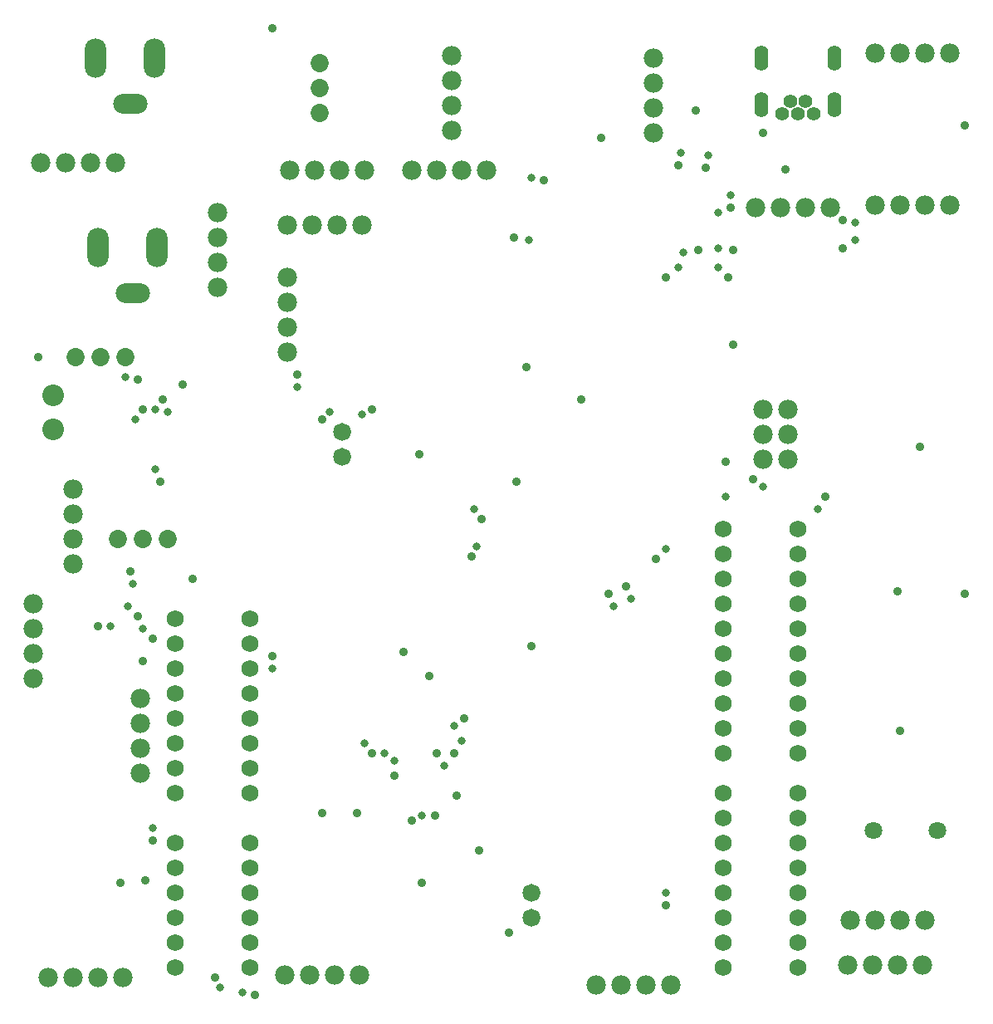
<source format=gbs>
G04*
G04 #@! TF.GenerationSoftware,Altium Limited,Altium Designer,23.8.1 (32)*
G04*
G04 Layer_Color=16711935*
%FSLAX25Y25*%
%MOIN*%
G70*
G04*
G04 #@! TF.SameCoordinates,CF8B6EB2-DAF4-4016-BDB3-9DCBFEF17629*
G04*
G04*
G04 #@! TF.FilePolarity,Negative*
G04*
G01*
G75*
%ADD40C,0.00000*%
%ADD57C,0.07800*%
%ADD58O,0.13792X0.07887*%
%ADD59O,0.08674X0.15761*%
%ADD60C,0.08674*%
%ADD61C,0.07296*%
%ADD62C,0.07178*%
%ADD63C,0.06800*%
%ADD64O,0.05524X0.10249*%
%ADD65C,0.05524*%
%ADD66C,0.07099*%
%ADD67C,0.03600*%
%ADD68C,0.03300*%
D40*
X135390Y230000D02*
G03*
X135390Y230000I-3390J0D01*
G01*
Y220000D02*
G03*
X135390Y220000I-3390J0D01*
G01*
X211390Y45000D02*
G03*
X211390Y45000I-3390J0D01*
G01*
Y35000D02*
G03*
X211390Y35000I-3390J0D01*
G01*
D57*
X24000Y197000D02*
D03*
Y207000D02*
D03*
Y177000D02*
D03*
Y187000D02*
D03*
X130000Y313000D02*
D03*
X140000D02*
D03*
X110000D02*
D03*
X120000D02*
D03*
X110000Y272000D02*
D03*
Y262000D02*
D03*
Y292000D02*
D03*
Y282000D02*
D03*
X356000Y34000D02*
D03*
X366000D02*
D03*
X336000D02*
D03*
X346000D02*
D03*
X366000Y321000D02*
D03*
X376000D02*
D03*
X346000D02*
D03*
X356000D02*
D03*
X318000Y320000D02*
D03*
X328000D02*
D03*
X298000D02*
D03*
X308000D02*
D03*
X180000Y335000D02*
D03*
X190000D02*
D03*
X170000D02*
D03*
X160000D02*
D03*
X176000Y371000D02*
D03*
Y381000D02*
D03*
Y361000D02*
D03*
Y351000D02*
D03*
X257000Y360000D02*
D03*
Y350000D02*
D03*
Y380000D02*
D03*
Y370000D02*
D03*
X8000Y151000D02*
D03*
Y161000D02*
D03*
Y131000D02*
D03*
Y141000D02*
D03*
X51000Y103000D02*
D03*
Y93000D02*
D03*
Y123000D02*
D03*
Y113000D02*
D03*
X311000Y239000D02*
D03*
X119000Y12000D02*
D03*
X109000D02*
D03*
X139000D02*
D03*
X129000D02*
D03*
X34000Y11000D02*
D03*
X44000D02*
D03*
X14000D02*
D03*
X24000D02*
D03*
X254000Y8000D02*
D03*
X264000D02*
D03*
X234000D02*
D03*
X244000D02*
D03*
X345000Y16000D02*
D03*
X335000D02*
D03*
X365000D02*
D03*
X355000D02*
D03*
X31000Y338000D02*
D03*
X41000D02*
D03*
X11000D02*
D03*
X21000D02*
D03*
X121000Y335000D02*
D03*
X111000D02*
D03*
X141000D02*
D03*
X131000D02*
D03*
X356000Y382000D02*
D03*
X346000D02*
D03*
X376000D02*
D03*
X366000D02*
D03*
X311000Y219000D02*
D03*
X301000D02*
D03*
X311000Y229000D02*
D03*
X301000D02*
D03*
Y239000D02*
D03*
X82000Y308000D02*
D03*
Y318000D02*
D03*
Y288000D02*
D03*
Y298000D02*
D03*
D58*
X47780Y285693D02*
D03*
X46780Y361693D02*
D03*
D59*
X34000Y304000D02*
D03*
X57622D02*
D03*
X56622Y380000D02*
D03*
X33000D02*
D03*
D60*
X16000Y244890D02*
D03*
Y231110D02*
D03*
D61*
X45000Y260000D02*
D03*
X35000D02*
D03*
X25000D02*
D03*
X62000Y187000D02*
D03*
X52000D02*
D03*
X42000D02*
D03*
X123000Y358000D02*
D03*
Y368000D02*
D03*
Y378000D02*
D03*
D62*
X132000Y230000D02*
D03*
X208000Y45000D02*
D03*
X132000Y220000D02*
D03*
X208000Y35000D02*
D03*
D63*
X95000Y145000D02*
D03*
Y115000D02*
D03*
Y85000D02*
D03*
Y95000D02*
D03*
Y105000D02*
D03*
Y125000D02*
D03*
Y135000D02*
D03*
Y155000D02*
D03*
X65000D02*
D03*
Y145000D02*
D03*
Y135000D02*
D03*
Y125000D02*
D03*
Y115000D02*
D03*
Y105000D02*
D03*
Y95000D02*
D03*
Y85000D02*
D03*
Y55000D02*
D03*
Y65000D02*
D03*
Y45000D02*
D03*
Y35000D02*
D03*
Y25000D02*
D03*
Y15000D02*
D03*
X315000Y191000D02*
D03*
Y181000D02*
D03*
Y171000D02*
D03*
Y161000D02*
D03*
Y151000D02*
D03*
Y141000D02*
D03*
Y131000D02*
D03*
Y121000D02*
D03*
Y111000D02*
D03*
Y101000D02*
D03*
Y15000D02*
D03*
Y25000D02*
D03*
Y35000D02*
D03*
Y45000D02*
D03*
Y55000D02*
D03*
Y65000D02*
D03*
Y75000D02*
D03*
Y85000D02*
D03*
X285000D02*
D03*
Y75000D02*
D03*
Y65000D02*
D03*
Y55000D02*
D03*
Y45000D02*
D03*
Y35000D02*
D03*
Y25000D02*
D03*
Y15000D02*
D03*
X95000Y25000D02*
D03*
Y15000D02*
D03*
Y35000D02*
D03*
Y45000D02*
D03*
Y55000D02*
D03*
Y65000D02*
D03*
X285000Y191000D02*
D03*
Y181000D02*
D03*
Y171000D02*
D03*
Y161000D02*
D03*
Y151000D02*
D03*
Y141000D02*
D03*
Y131000D02*
D03*
Y121000D02*
D03*
Y111000D02*
D03*
Y101000D02*
D03*
D64*
X300355Y380125D02*
D03*
Y361425D02*
D03*
X329645D02*
D03*
Y380125D02*
D03*
D65*
X321220Y357875D02*
D03*
X318072Y362614D02*
D03*
X311772D02*
D03*
X314921Y357875D02*
D03*
X308623D02*
D03*
D66*
X370795Y70000D02*
D03*
X345205D02*
D03*
D67*
X56000Y147000D02*
D03*
X50000Y156000D02*
D03*
X72000Y171000D02*
D03*
X163000Y221000D02*
D03*
X333000Y303600D02*
D03*
Y315000D02*
D03*
X187000Y62000D02*
D03*
X97000Y4000D02*
D03*
X124000Y235000D02*
D03*
X274000Y359000D02*
D03*
X170000Y101000D02*
D03*
X239000Y165000D02*
D03*
X288000Y320000D02*
D03*
X278000Y336000D02*
D03*
X246000Y168000D02*
D03*
X267000Y337000D02*
D03*
X289000Y303000D02*
D03*
X287000Y292000D02*
D03*
X262000D02*
D03*
X201000Y308000D02*
D03*
X52000Y138000D02*
D03*
X213000Y331000D02*
D03*
X47000Y174000D02*
D03*
X34000Y152000D02*
D03*
X59000Y210000D02*
D03*
X275000Y303000D02*
D03*
X81000Y11000D02*
D03*
X160000Y74000D02*
D03*
X153000Y92000D02*
D03*
X156700Y141600D02*
D03*
X167000Y132000D02*
D03*
X184000Y180000D02*
D03*
X144000Y101000D02*
D03*
X104000Y140000D02*
D03*
X262000Y40000D02*
D03*
X258000Y179000D02*
D03*
X188000Y195000D02*
D03*
X114000Y253000D02*
D03*
X297000Y211000D02*
D03*
X56000Y66000D02*
D03*
X144000Y239000D02*
D03*
X60000Y243000D02*
D03*
X52000Y239000D02*
D03*
X50000Y251000D02*
D03*
X177000Y101000D02*
D03*
X43000Y49000D02*
D03*
X53000Y50000D02*
D03*
X68000Y249000D02*
D03*
X10000Y260100D02*
D03*
X286000Y218000D02*
D03*
X289000Y265000D02*
D03*
X228000Y243000D02*
D03*
X202000Y210000D02*
D03*
X206000Y256000D02*
D03*
X181000Y115000D02*
D03*
X138000Y77000D02*
D03*
X124000D02*
D03*
X208000Y144000D02*
D03*
X326000Y204000D02*
D03*
X310000Y335400D02*
D03*
X382000Y353000D02*
D03*
X301000Y350000D02*
D03*
X236000Y348000D02*
D03*
X382000Y165000D02*
D03*
X364000Y224000D02*
D03*
X356000Y110000D02*
D03*
X355000Y166000D02*
D03*
X104000Y392000D02*
D03*
X169250Y76000D02*
D03*
X199000Y29000D02*
D03*
X164000Y49000D02*
D03*
X178000Y84000D02*
D03*
D68*
X45000Y252000D02*
D03*
X56000Y71000D02*
D03*
X338000Y314000D02*
D03*
Y307000D02*
D03*
X283000Y303750D02*
D03*
X153000Y98000D02*
D03*
X149000Y101000D02*
D03*
X141000Y105000D02*
D03*
X92000Y5000D02*
D03*
X52000Y151000D02*
D03*
X46000Y160000D02*
D03*
X57000Y215000D02*
D03*
X62000Y238000D02*
D03*
X57000Y239000D02*
D03*
X127000Y238000D02*
D03*
X279000Y341000D02*
D03*
X268000Y342000D02*
D03*
X48000Y169000D02*
D03*
X323000Y199000D02*
D03*
X286000Y204000D02*
D03*
X283000Y318000D02*
D03*
X262000Y183000D02*
D03*
Y45000D02*
D03*
X114000Y248000D02*
D03*
X269000Y302000D02*
D03*
X267000Y296000D02*
D03*
X207000Y307000D02*
D03*
X283000Y296000D02*
D03*
X288000Y325000D02*
D03*
X208000Y332000D02*
D03*
X140000Y237000D02*
D03*
X83000Y7000D02*
D03*
X164000Y76000D02*
D03*
X186000Y184000D02*
D03*
X39000Y152000D02*
D03*
X180000Y106000D02*
D03*
X177000Y112000D02*
D03*
X49000Y235000D02*
D03*
X301000Y208000D02*
D03*
X185000Y199000D02*
D03*
X104000Y135000D02*
D03*
X241000Y160000D02*
D03*
X248000Y163000D02*
D03*
X173000Y96000D02*
D03*
M02*

</source>
